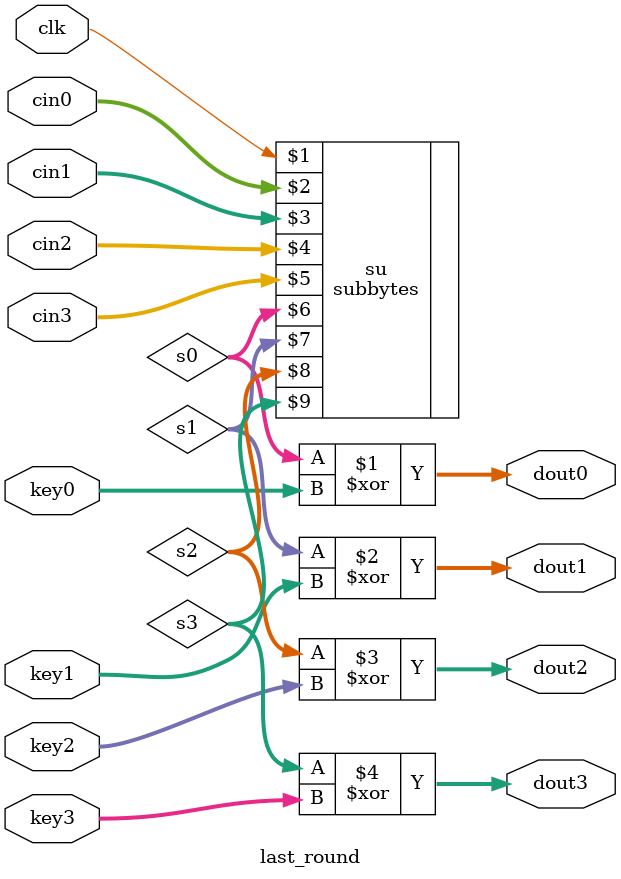
<source format=v>
`timescale 1ns/1ns

module last_round (clk, cin0, cin1, cin2, cin3, key0, key1, key2, key3, dout0, dout1, dout2, dout3);
input clk;
input [31:0] cin0, cin1, cin2, cin3, key0, key1, key2, key3;
output [31:0] dout0, dout1, dout2, dout3;

wire [31:0] s0, s1, s2, s3;

subbytes su (clk, cin0, cin1, cin2, cin3, s0, s1, s2, s3);

assign dout0 = s0^key0;
assign dout1 = s1^key1;
assign dout2 = s2^key2;
assign dout3 = s3^key3;

endmodule
</source>
